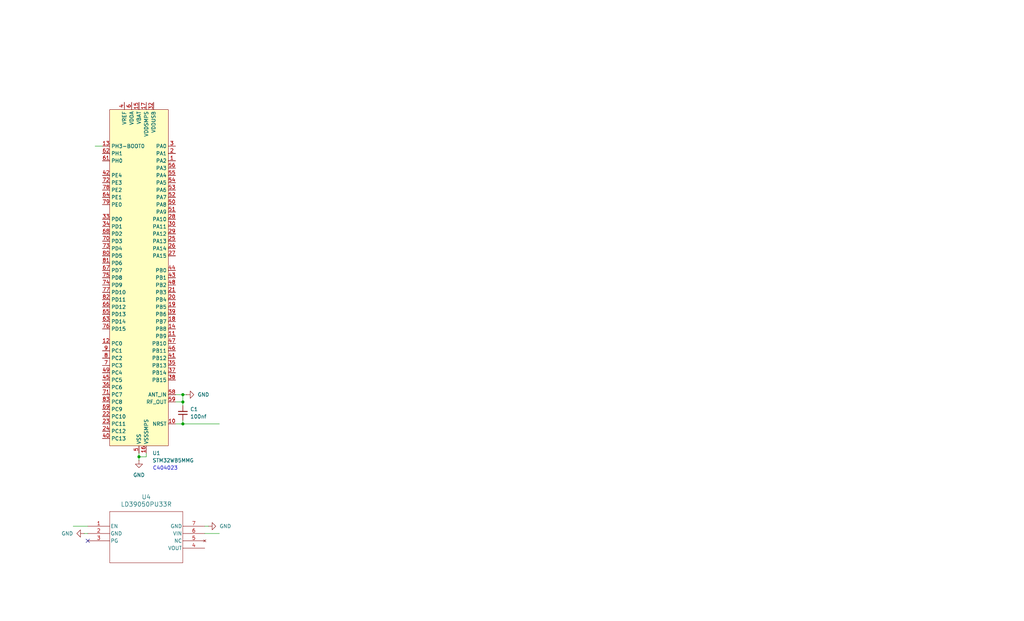
<source format=kicad_sch>
(kicad_sch (version 20250114) (generator "eeschema") (generator_version "9.0")
  (paper "USLegal")
  (title_block (title "Dev_Board_M1") (date "2025-05-01") (rev "1") (company "Personal Use") (comment 1 "Joshua Ellis"))
  (lib_symbols
    (symbol "Device:C_Small" (pin_numbers (hide yes)) (pin_names (offset 0.254) (hide yes))
      (property "Reference" "C" (at 0.254 1.778 0))
      (property "Value" "C_Small" (at 0.254 -2.032 0))
      (symbol "C_Small_0_1"
        (polyline (pts (xy -1.524 0.508) (xy 1.524 0.508)) (stroke (width 0.3048)))
        (polyline (pts (xy -1.524 -0.508) (xy 1.524 -0.508)) (stroke (width 0.3302)))
      )
      (symbol "C_Small_1_1"
        (pin passive line (at 0 2.54 270) (length 2.032) (name "~") (number "1"))
        (pin passive line (at 0 -2.54 90) (length 2.032) (name "~") (number "2"))
      )
    )
    (symbol "RF_Module:STM32WB5MMG"
      (property "Reference" "U" (at 7.62 59.69 0))
      (property "Value" "STM32WB5MMG" (at 10.16 -59.69 0))
      (symbol "STM32WB5MMG_1_1"
        (rectangle (start -10.16 58.42) (end 10.16 -58.42) (fill (type background)))
        (pin bidirectional line (at -12.7 45.72 0) (length 2.54) (name "PH3-BOOT0") (number "13"))
        (pin bidirectional line (at -12.7 43.18 0) (length 2.54) (name "PH1") (number "62"))
        (pin bidirectional line (at -12.7 40.64 0) (length 2.54) (name "PH0") (number "61"))
        (pin bidirectional line (at -12.7 35.56 0) (length 2.54) (name "PE4") (number "42"))
        (pin bidirectional line (at -12.7 33.02 0) (length 2.54) (name "PE3") (number "72"))
        (pin bidirectional line (at -12.7 30.48 0) (length 2.54) (name "PE2") (number "78"))
        (pin bidirectional line (at -12.7 27.94 0) (length 2.54) (name "PE1") (number "64"))
        (pin bidirectional line (at -12.7 25.4 0) (length 2.54) (name "PE0") (number "79"))
        (pin bidirectional line (at -12.7 20.32 0) (length 2.54) (name "PD0") (number "33"))
        (pin bidirectional line (at -12.7 17.78 0) (length 2.54) (name "PD1") (number "34"))
        (pin bidirectional line (at -12.7 15.24 0) (length 2.54) (name "PD2") (number "68"))
        (pin bidirectional line (at -12.7 12.7 0) (length 2.54) (name "PD3") (number "70"))
        (pin bidirectional line (at -12.7 10.16 0) (length 2.54) (name "PD4") (number "73"))
        (pin bidirectional line (at -12.7 7.62 0) (length 2.54) (name "PD5") (number "80"))
        (pin bidirectional line (at -12.7 5.08 0) (length 2.54) (name "PD6") (number "81"))
        (pin bidirectional line (at -12.7 2.54 0) (length 2.54) (name "PD7") (number "67"))
        (pin bidirectional line (at -12.7 0 0) (length 2.54) (name "PD8") (number "75"))
        (pin bidirectional line (at -12.7 -2.54 0) (length 2.54) (name "PD9") (number "74"))
        (pin bidirectional line (at -12.7 -5.08 0) (length 2.54) (name "PD10") (number "77"))
        (pin bidirectional line (at -12.7 -7.62 0) (length 2.54) (name "PD11") (number "82"))
        (pin bidirectional line (at -12.7 -10.16 0) (length 2.54) (name "PD12") (number "66"))
        (pin bidirectional line (at -12.7 -12.7 0) (length 2.54) (name "PD13") (number "65"))
        (pin bidirectional line (at -12.7 -15.24 0) (length 2.54) (name "PD14") (number "63"))
        (pin bidirectional line (at -12.7 -17.78 0) (length 2.54) (name "PD15") (number "76"))
        (pin bidirectional line (at -12.7 -22.86 0) (length 2.54) (name "PC0") (number "12"))
        (pin bidirectional line (at -12.7 -25.4 0) (length 2.54) (name "PC1") (number "9"))
        (pin bidirectional line (at -12.7 -27.94 0) (length 2.54) (name "PC2") (number "8"))
        (pin bidirectional line (at -12.7 -30.48 0) (length 2.54) (name "PC3") (number "7"))
        (pin bidirectional line (at -12.7 -33.02 0) (length 2.54) (name "PC4") (number "49"))
        (pin bidirectional line (at -12.7 -35.56 0) (length 2.54) (name "PC5") (number "45"))
        (pin bidirectional line (at -12.7 -38.1 0) (length 2.54) (name "PC6") (number "36"))
        (pin bidirectional line (at -12.7 -40.64 0) (length 2.54) (name "PC7") (number "71"))
        (pin bidirectional line (at -12.7 -43.18 0) (length 2.54) (name "PC8") (number "83"))
        (pin bidirectional line (at -12.7 -45.72 0) (length 2.54) (name "PC9") (number "69"))
        (pin bidirectional line (at -12.7 -48.26 0) (length 2.54) (name "PC10") (number "22"))
        (pin bidirectional line (at -12.7 -50.8 0) (length 2.54) (name "PC11") (number "23"))
        (pin bidirectional line (at -12.7 -53.34 0) (length 2.54) (name "PC12") (number "24"))
        (pin bidirectional line (at -12.7 -55.88 0) (length 2.54) (name "PC13") (number "40"))
        (pin input line (at -5.08 60.96 270) (length 2.54) (name "VREF") (number "4"))
        (pin power_in line (at -2.54 60.96 270) (length 2.54) (name "VDDA") (number "6"))
        (pin power_in line (at 0 60.96 270) (length 2.54) (name "VBAT") (number "15"))
        (pin passive line (at 0 -60.96 90) (length 2.54) (hide yes) (name "VSS") (number "31"))
        (pin power_in line (at 0 -60.96 90) (length 2.54) (name "VSS") (number "5"))
        (pin passive line (at 0 -60.96 90) (length 2.54) (hide yes) (name "VSS") (number "57"))
        (pin passive line (at 0 -60.96 90) (length 2.54) (hide yes) (name "VSS") (number "60"))
        (pin passive line (at 0 -60.96 90) (length 2.54) (hide yes) (name "VSS") (number "84"))
        (pin passive line (at 0 -60.96 90) (length 2.54) (hide yes) (name "VSS") (number "86"))
        (pin power_in line (at 2.54 60.96 270) (length 2.54) (name "VDDSMPS") (number "17"))
        (pin power_in line (at 2.54 -60.96 90) (length 2.54) (name "VSSSMPS") (number "16"))
        (pin power_in line (at 5.08 60.96 270) (length 2.54) (name "VDDUSB") (number "32"))
        (pin no_connect line (at 10.16 -45.72 180) (length 2.54) (hide yes) (name "ANT_NC") (number "85"))
        (pin bidirectional line (at 12.7 45.72 180) (length 2.54) (name "PA0") (number "3"))
        (pin bidirectional line (at 12.7 43.18 180) (length 2.54) (name "PA1") (number "2"))
        (pin bidirectional line (at 12.7 40.64 180) (length 2.54) (name "PA2") (number "1"))
        (pin bidirectional line (at 12.7 38.1 180) (length 2.54) (name "PA3") (number "56"))
        (pin bidirectional line (at 12.7 35.56 180) (length 2.54) (name "PA4") (number "55"))
        (pin bidirectional line (at 12.7 33.02 180) (length 2.54) (name "PA5") (number "54"))
        (pin bidirectional line (at 12.7 30.48 180) (length 2.54) (name "PA6") (number "53"))
        (pin bidirectional line (at 12.7 27.94 180) (length 2.54) (name "PA7") (number "52"))
        (pin bidirectional line (at 12.7 25.4 180) (length 2.54) (name "PA8") (number "50"))
        (pin bidirectional line (at 12.7 22.86 180) (length 2.54) (name "PA9") (number "51"))
        (pin bidirectional line (at 12.7 20.32 180) (length 2.54) (name "PA10") (number "28"))
        (pin bidirectional line (at 12.7 17.78 180) (length 2.54) (name "PA11") (number "30"))
        (pin bidirectional line (at 12.7 15.24 180) (length 2.54) (name "PA12") (number "29"))
        (pin bidirectional line (at 12.7 12.7 180) (length 2.54) (name "PA13") (number "25"))
        (pin bidirectional line (at 12.7 10.16 180) (length 2.54) (name "PA14") (number "26"))
        (pin bidirectional line (at 12.7 7.62 180) (length 2.54) (name "PA15") (number "27"))
        (pin bidirectional line (at 12.7 2.54 180) (length 2.54) (name "PB0") (number "44"))
        (pin bidirectional line (at 12.7 0 180) (length 2.54) (name "PB1") (number "43"))
        (pin bidirectional line (at 12.7 -2.54 180) (length 2.54) (name "PB2") (number "48"))
        (pin bidirectional line (at 12.7 -5.08 180) (length 2.54) (name "PB3") (number "21"))
        (pin bidirectional line (at 12.7 -7.62 180) (length 2.54) (name "PB4") (number "20"))
        (pin bidirectional line (at 12.7 -10.16 180) (length 2.54) (name "PB5") (number "19"))
        (pin bidirectional line (at 12.7 -12.7 180) (length 2.54) (name "PB6") (number "39"))
        (pin bidirectional line (at 12.7 -15.24 180) (length 2.54) (name "PB7") (number "18"))
        (pin bidirectional line (at 12.7 -17.78 180) (length 2.54) (name "PB8") (number "14"))
        (pin bidirectional line (at 12.7 -20.32 180) (length 2.54) (name "PB9") (number "11"))
        (pin bidirectional line (at 12.7 -22.86 180) (length 2.54) (name "PB10") (number "47"))
        (pin bidirectional line (at 12.7 -25.4 180) (length 2.54) (name "PB11") (number "46"))
        (pin bidirectional line (at 12.7 -27.94 180) (length 2.54) (name "PB12") (number "41"))
        (pin bidirectional line (at 12.7 -30.48 180) (length 2.54) (name "PB13") (number "35"))
        (pin bidirectional line (at 12.7 -33.02 180) (length 2.54) (name "PB14") (number "37"))
        (pin bidirectional line (at 12.7 -35.56 180) (length 2.54) (name "PB15") (number "38"))
        (pin passive line (at 12.7 -40.64 180) (length 2.54) (name "ANT_IN") (number "58"))
        (pin passive line (at 12.7 -43.18 180) (length 2.54) (name "RF_OUT") (number "59"))
        (pin input line (at 12.7 -50.8 180) (length 2.54) (name "NRST") (number "10"))
      )
    )
    (symbol "libSym:LD39050PU33R" (pin_names (offset 0.254))
      (property "Reference" "U4" (at 20.32 10.16 0))
      (property "Value" "LD39050PU33R" (at 20.32 7.62 0))
      (symbol "LD39050PU33R_0_1"
        (polyline (pts (xy 7.62 5.08) (xy 7.62 -12.7)) (stroke (width 0.127)))
        (polyline (pts (xy 7.62 -12.7) (xy 33.02 -12.7)) (stroke (width 0.127)))
        (polyline (pts (xy 33.02 5.08) (xy 7.62 5.08)) (stroke (width 0.127)))
        (polyline (pts (xy 33.02 -12.7) (xy 33.02 5.08)) (stroke (width 0.127)))
        (pin input line (at 0 0 0) (length 7.62) (name "EN") (number "1"))
        (pin power_in line (at 0 -2.54 0) (length 7.62) (name "GND") (number "2"))
        (pin power_in line (at 0 -5.08 0) (length 7.62) (name "PG") (number "3"))
        (pin power_in line (at 40.64 0 180) (length 7.62) (name "GND") (number "7"))
        (pin input line (at 40.64 -2.54 180) (length 7.62) (name "VIN") (number "6"))
        (pin no_connect line (at 40.64 -5.08 180) (length 7.62) (name "NC") (number "5"))
      )
      (symbol "LD39050PU33R_1_1"
        (pin power_out line (at 40.64 -7.62 180) (length 7.62) (name "VOUT") (number "4"))
      )
    )
    (symbol "power:GND" (power) (pin_numbers (hide yes)) (pin_names (offset 0) (hide yes))
      (property "Value" "GND" (at 0 -3.81 0))
      (symbol "GND_0_1"
        (polyline (pts (xy 0 0) (xy 0 -1.27) (xy 1.27 -1.27) (xy 0 -2.54) (xy -1.27 -1.27) (xy 0 -1.27)))
      )
      (symbol "GND_1_1"
        (pin power_in line (at 0 0 270) (length 0) (name "~") (number "1"))
      )
    )
  )
  (text "C404023" (at 57.404 162.814 0) (effects (font (size 1.27 1.27))))
  (junction (at 63.5 139.7))
  (junction (at 48.26 158.75))
  (junction (at 63.5 147.32))
  (junction (at 63.5 137.16))
  (no_connect (at 30.48 187.96))
  (wire (pts (xy 25.4 182.88) (xy 30.48 182.88)))
  (wire (pts (xy 63.5 137.16) (xy 63.5 139.7)))
  (wire (pts (xy 33.02 50.8) (xy 35.56 50.8)))
  (wire (pts (xy 63.5 147.32) (xy 63.5 146.05)))
  (wire (pts (xy 60.96 139.7) (xy 63.5 139.7)))
  (wire (pts (xy 64.77 137.16) (xy 63.5 137.16)))
  (wire (pts (xy 63.5 147.32) (xy 76.2 147.32)))
  (wire (pts (xy 63.5 139.7) (xy 63.5 140.97)))
  (wire (pts (xy 50.8 157.48) (xy 50.8 158.75)))
  (wire (pts (xy 71.12 185.42) (xy 76.2 185.42)))
  (wire (pts (xy 29.21 185.42) (xy 30.48 185.42)))
  (wire (pts (xy 71.12 182.88) (xy 72.39 182.88)))
  (wire (pts (xy 48.26 157.48) (xy 48.26 158.75)))
  (wire (pts (xy 60.96 137.16) (xy 63.5 137.16)))
  (wire (pts (xy 48.26 158.75) (xy 48.26 160.02)))
  (wire (pts (xy 60.96 147.32) (xy 63.5 147.32)))
  (wire (pts (xy 50.8 158.75) (xy 48.26 158.75)))
  (symbol (lib_id "RF_Module:STM32WB5MMG") (at 48.26 96.52 0) (unit 1)
    (property "Reference" "U1" (at 52.9433 157.48 0) (effects (justify left)))
    (property "Value" "STM32WB5MMG" (at 52.9433 160.02 0) (effects (justify left)))
    (property "Footprint" "RF_Module:ST-SiP-LGA-86-11x7.3mm" (effects (hide yes)))
    (property "Datasheet" "https://www.st.com/resource/en/datasheet/stm32wb5mmg.pdf" (effects (hide yes)))
    (property "Description" "ST Microelectronics STM32WB55VG ARM Cortex Bluetooth Low Energy 5.0, Zigbee and 802.15.4 module, 1 MB Flash, 256kb RAM, Fully integrated BOM" (effects (hide yes)))
  )
  (symbol (lib_id "power:GND") (at 72.39 182.88 90) (unit 1)
    (property "Reference" "#PWR03" (effects (hide yes)))
    (property "Value" "GND" (at 76.2 182.8799 90) (effects (justify right)))
    (property "Description" "Power symbol creates a global label with name \"GND\" , ground" (effects (hide yes)))
  )
  (symbol (lib_id "libSym:LD39050PU33R") (at 30.48 182.88 0) (unit 1)
    (property "Reference" "U4" (at 50.8 172.72 0) (effects (font (size 1.524 1.524))))
    (property "Value" "LD39050PU33R" (at 50.8 175.26 0) (effects (font (size 1.524 1.524))))
    (property "Footprint" "libFoot:DFN6_3X3_STM" (effects (hide yes)))
    (property "Datasheet" "LD39050PU33R" (effects (hide yes)))
  )
  (symbol (lib_id "power:GND") (at 48.26 160.02 0) (unit 1)
    (property "Reference" "#PWR01" (effects (hide yes)))
    (property "Value" "GND" (at 48.26 165.1 0))
    (property "Description" "Power symbol creates a global label with name \"GND\" , ground" (effects (hide yes)))
  )
  (symbol (lib_id "Device:C_Small") (at 63.5 143.51 180) (unit 1)
    (property "Reference" "C1" (at 66.04 142.2335 0) (effects (justify right)))
    (property "Value" "100nf" (at 66.04 144.7735 0) (effects (justify right)))
    (property "Description" "Unpolarized capacitor, small symbol" (effects (hide yes)))
  )
  (symbol (lib_id "power:GND") (at 29.21 185.42 270) (unit 1)
    (property "Reference" "#PWR04" (effects (hide yes)))
    (property "Value" "GND" (at 25.4 185.4199 90) (effects (justify right)))
    (property "Description" "Power symbol creates a global label with name \"GND\" , ground" (effects (hide yes)))
  )
  (symbol (lib_id "power:GND") (at 64.77 137.16 90) (unit 1)
    (property "Reference" "#PWR02" (effects (hide yes)))
    (property "Value" "GND" (at 68.58 137.1599 90) (effects (justify right)))
    (property "Description" "Power symbol creates a global label with name \"GND\" , ground" (effects (hide yes)))
  )
)
</source>
